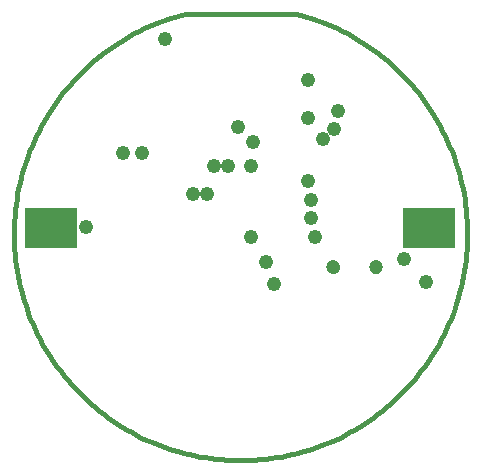
<source format=gbs>
G75*
%MOIN*%
%OFA0B0*%
%FSLAX25Y25*%
%IPPOS*%
%LPD*%
%AMOC8*
5,1,8,0,0,1.08239X$1,22.5*
%
%ADD10C,0.01600*%
%ADD11R,0.17800X0.13600*%
%ADD12C,0.00000*%
%ADD13C,0.04737*%
%ADD14C,0.04800*%
D10*
X0069963Y0151406D02*
X0068175Y0150939D01*
X0066400Y0150428D01*
X0064637Y0149874D01*
X0062888Y0149277D01*
X0061154Y0148637D01*
X0059437Y0147956D01*
X0057736Y0147232D01*
X0056054Y0146467D01*
X0054391Y0145661D01*
X0052749Y0144815D01*
X0051127Y0143928D01*
X0049528Y0143003D01*
X0047952Y0142038D01*
X0046400Y0141036D01*
X0044872Y0139995D01*
X0043371Y0138918D01*
X0041897Y0137804D01*
X0040450Y0136655D01*
X0039032Y0135470D01*
X0037643Y0134251D01*
X0036284Y0132999D01*
X0034956Y0131713D01*
X0033661Y0130396D01*
X0032397Y0129047D01*
X0031168Y0127668D01*
X0029972Y0126259D01*
X0028811Y0124821D01*
X0027686Y0123356D01*
X0026596Y0121863D01*
X0025544Y0120344D01*
X0024529Y0118800D01*
X0023552Y0117231D01*
X0022614Y0115639D01*
X0021715Y0114025D01*
X0020856Y0112389D01*
X0020037Y0110732D01*
X0019258Y0109056D01*
X0018521Y0107362D01*
X0017826Y0105650D01*
X0017173Y0103921D01*
X0016562Y0102177D01*
X0015994Y0100419D01*
X0015469Y0098647D01*
X0014988Y0096863D01*
X0014550Y0095068D01*
X0014157Y0093262D01*
X0013808Y0091447D01*
X0013503Y0089625D01*
X0013243Y0087795D01*
X0013027Y0085960D01*
X0012857Y0084120D01*
X0012732Y0082276D01*
X0012652Y0080430D01*
X0012617Y0078583D01*
X0012627Y0076735D01*
X0012682Y0074888D01*
X0012783Y0073043D01*
X0012928Y0071201D01*
X0013119Y0069363D01*
X0013355Y0067530D01*
X0013635Y0065703D01*
X0013960Y0063884D01*
X0014329Y0062074D01*
X0014742Y0060272D01*
X0015200Y0058482D01*
X0015701Y0056703D01*
X0016245Y0054938D01*
X0016833Y0053185D01*
X0017463Y0051448D01*
X0018135Y0049727D01*
X0018849Y0048023D01*
X0019605Y0046336D01*
X0020401Y0044669D01*
X0021239Y0043022D01*
X0022116Y0041395D01*
X0023033Y0039791D01*
X0023988Y0038210D01*
X0024983Y0036652D01*
X0026015Y0035119D01*
X0027084Y0033612D01*
X0028189Y0032131D01*
X0029331Y0030678D01*
X0030508Y0029253D01*
X0031719Y0027858D01*
X0032964Y0026492D01*
X0034242Y0025157D01*
X0035552Y0023854D01*
X0036894Y0022584D01*
X0038266Y0021346D01*
X0039668Y0020143D01*
X0041100Y0018974D01*
X0042559Y0017841D01*
X0044046Y0016743D01*
X0045559Y0015682D01*
X0047097Y0014659D01*
X0048661Y0013673D01*
X0050247Y0012726D01*
X0051857Y0011818D01*
X0053488Y0010950D01*
X0055140Y0010122D01*
X0056812Y0009335D01*
X0058502Y0008588D01*
X0060210Y0007883D01*
X0061935Y0007221D01*
X0063676Y0006600D01*
X0065431Y0006022D01*
X0067200Y0005488D01*
X0068981Y0004997D01*
X0070774Y0004549D01*
X0072577Y0004146D01*
X0074390Y0003787D01*
X0076211Y0003472D01*
X0078039Y0003202D01*
X0079873Y0002976D01*
X0081712Y0002796D01*
X0083555Y0002660D01*
X0085401Y0002570D01*
X0087248Y0002525D01*
X0089096Y0002525D01*
X0090943Y0002570D01*
X0092789Y0002660D01*
X0094632Y0002796D01*
X0096471Y0002976D01*
X0098305Y0003202D01*
X0100133Y0003472D01*
X0101954Y0003787D01*
X0103767Y0004146D01*
X0105570Y0004549D01*
X0107363Y0004997D01*
X0109144Y0005488D01*
X0110913Y0006022D01*
X0112668Y0006600D01*
X0114409Y0007221D01*
X0116134Y0007883D01*
X0117842Y0008588D01*
X0119532Y0009335D01*
X0121204Y0010122D01*
X0122856Y0010950D01*
X0124487Y0011818D01*
X0126097Y0012726D01*
X0127683Y0013673D01*
X0129247Y0014659D01*
X0130785Y0015682D01*
X0132298Y0016743D01*
X0133785Y0017841D01*
X0135244Y0018974D01*
X0136676Y0020143D01*
X0138078Y0021346D01*
X0139450Y0022584D01*
X0140792Y0023854D01*
X0142102Y0025157D01*
X0143380Y0026492D01*
X0144625Y0027858D01*
X0145836Y0029253D01*
X0147013Y0030678D01*
X0148155Y0032131D01*
X0149260Y0033612D01*
X0150329Y0035119D01*
X0151361Y0036652D01*
X0152356Y0038210D01*
X0153311Y0039791D01*
X0154228Y0041395D01*
X0155105Y0043022D01*
X0155943Y0044669D01*
X0156739Y0046336D01*
X0157495Y0048023D01*
X0158209Y0049727D01*
X0158881Y0051448D01*
X0159511Y0053185D01*
X0160099Y0054938D01*
X0160643Y0056703D01*
X0161144Y0058482D01*
X0161602Y0060272D01*
X0162015Y0062074D01*
X0162384Y0063884D01*
X0162709Y0065703D01*
X0162989Y0067530D01*
X0163225Y0069363D01*
X0163416Y0071201D01*
X0163561Y0073043D01*
X0163662Y0074888D01*
X0163717Y0076735D01*
X0163727Y0078583D01*
X0163692Y0080430D01*
X0163612Y0082276D01*
X0163487Y0084120D01*
X0163317Y0085960D01*
X0163101Y0087795D01*
X0162841Y0089625D01*
X0162536Y0091447D01*
X0162187Y0093262D01*
X0161794Y0095068D01*
X0161356Y0096863D01*
X0160875Y0098647D01*
X0160350Y0100419D01*
X0159782Y0102177D01*
X0159171Y0103921D01*
X0158518Y0105650D01*
X0157823Y0107362D01*
X0157086Y0109056D01*
X0156307Y0110732D01*
X0155488Y0112389D01*
X0154629Y0114025D01*
X0153730Y0115639D01*
X0152792Y0117231D01*
X0151815Y0118800D01*
X0150800Y0120344D01*
X0149748Y0121863D01*
X0148658Y0123356D01*
X0147533Y0124821D01*
X0146372Y0126259D01*
X0145176Y0127668D01*
X0143947Y0129047D01*
X0142683Y0130396D01*
X0141388Y0131713D01*
X0140060Y0132999D01*
X0138701Y0134251D01*
X0137312Y0135470D01*
X0135894Y0136655D01*
X0134447Y0137804D01*
X0132973Y0138918D01*
X0131472Y0139995D01*
X0129944Y0141036D01*
X0128392Y0142038D01*
X0126816Y0143003D01*
X0125217Y0143928D01*
X0123595Y0144815D01*
X0121953Y0145661D01*
X0120290Y0146467D01*
X0118608Y0147232D01*
X0116907Y0147956D01*
X0115190Y0148637D01*
X0113456Y0149277D01*
X0111707Y0149874D01*
X0109944Y0150428D01*
X0108169Y0150939D01*
X0106381Y0151406D01*
X0069963Y0151406D01*
D11*
X0025081Y0079831D03*
X0151066Y0079831D03*
D12*
X0131223Y0066918D02*
X0131225Y0067006D01*
X0131231Y0067094D01*
X0131241Y0067182D01*
X0131255Y0067270D01*
X0131272Y0067356D01*
X0131294Y0067442D01*
X0131319Y0067526D01*
X0131349Y0067610D01*
X0131381Y0067692D01*
X0131418Y0067772D01*
X0131458Y0067851D01*
X0131502Y0067928D01*
X0131549Y0068003D01*
X0131599Y0068075D01*
X0131653Y0068146D01*
X0131709Y0068213D01*
X0131769Y0068279D01*
X0131831Y0068341D01*
X0131897Y0068401D01*
X0131964Y0068457D01*
X0132035Y0068511D01*
X0132107Y0068561D01*
X0132182Y0068608D01*
X0132259Y0068652D01*
X0132338Y0068692D01*
X0132418Y0068729D01*
X0132500Y0068761D01*
X0132584Y0068791D01*
X0132668Y0068816D01*
X0132754Y0068838D01*
X0132840Y0068855D01*
X0132928Y0068869D01*
X0133016Y0068879D01*
X0133104Y0068885D01*
X0133192Y0068887D01*
X0133280Y0068885D01*
X0133368Y0068879D01*
X0133456Y0068869D01*
X0133544Y0068855D01*
X0133630Y0068838D01*
X0133716Y0068816D01*
X0133800Y0068791D01*
X0133884Y0068761D01*
X0133966Y0068729D01*
X0134046Y0068692D01*
X0134125Y0068652D01*
X0134202Y0068608D01*
X0134277Y0068561D01*
X0134349Y0068511D01*
X0134420Y0068457D01*
X0134487Y0068401D01*
X0134553Y0068341D01*
X0134615Y0068279D01*
X0134675Y0068213D01*
X0134731Y0068146D01*
X0134785Y0068075D01*
X0134835Y0068003D01*
X0134882Y0067928D01*
X0134926Y0067851D01*
X0134966Y0067772D01*
X0135003Y0067692D01*
X0135035Y0067610D01*
X0135065Y0067526D01*
X0135090Y0067442D01*
X0135112Y0067356D01*
X0135129Y0067270D01*
X0135143Y0067182D01*
X0135153Y0067094D01*
X0135159Y0067006D01*
X0135161Y0066918D01*
X0135159Y0066830D01*
X0135153Y0066742D01*
X0135143Y0066654D01*
X0135129Y0066566D01*
X0135112Y0066480D01*
X0135090Y0066394D01*
X0135065Y0066310D01*
X0135035Y0066226D01*
X0135003Y0066144D01*
X0134966Y0066064D01*
X0134926Y0065985D01*
X0134882Y0065908D01*
X0134835Y0065833D01*
X0134785Y0065761D01*
X0134731Y0065690D01*
X0134675Y0065623D01*
X0134615Y0065557D01*
X0134553Y0065495D01*
X0134487Y0065435D01*
X0134420Y0065379D01*
X0134349Y0065325D01*
X0134277Y0065275D01*
X0134202Y0065228D01*
X0134125Y0065184D01*
X0134046Y0065144D01*
X0133966Y0065107D01*
X0133884Y0065075D01*
X0133800Y0065045D01*
X0133716Y0065020D01*
X0133630Y0064998D01*
X0133544Y0064981D01*
X0133456Y0064967D01*
X0133368Y0064957D01*
X0133280Y0064951D01*
X0133192Y0064949D01*
X0133104Y0064951D01*
X0133016Y0064957D01*
X0132928Y0064967D01*
X0132840Y0064981D01*
X0132754Y0064998D01*
X0132668Y0065020D01*
X0132584Y0065045D01*
X0132500Y0065075D01*
X0132418Y0065107D01*
X0132338Y0065144D01*
X0132259Y0065184D01*
X0132182Y0065228D01*
X0132107Y0065275D01*
X0132035Y0065325D01*
X0131964Y0065379D01*
X0131897Y0065435D01*
X0131831Y0065495D01*
X0131769Y0065557D01*
X0131709Y0065623D01*
X0131653Y0065690D01*
X0131599Y0065761D01*
X0131549Y0065833D01*
X0131502Y0065908D01*
X0131458Y0065985D01*
X0131418Y0066064D01*
X0131381Y0066144D01*
X0131349Y0066226D01*
X0131319Y0066310D01*
X0131294Y0066394D01*
X0131272Y0066480D01*
X0131255Y0066566D01*
X0131241Y0066654D01*
X0131231Y0066742D01*
X0131225Y0066830D01*
X0131223Y0066918D01*
X0117049Y0066918D02*
X0117051Y0067006D01*
X0117057Y0067094D01*
X0117067Y0067182D01*
X0117081Y0067270D01*
X0117098Y0067356D01*
X0117120Y0067442D01*
X0117145Y0067526D01*
X0117175Y0067610D01*
X0117207Y0067692D01*
X0117244Y0067772D01*
X0117284Y0067851D01*
X0117328Y0067928D01*
X0117375Y0068003D01*
X0117425Y0068075D01*
X0117479Y0068146D01*
X0117535Y0068213D01*
X0117595Y0068279D01*
X0117657Y0068341D01*
X0117723Y0068401D01*
X0117790Y0068457D01*
X0117861Y0068511D01*
X0117933Y0068561D01*
X0118008Y0068608D01*
X0118085Y0068652D01*
X0118164Y0068692D01*
X0118244Y0068729D01*
X0118326Y0068761D01*
X0118410Y0068791D01*
X0118494Y0068816D01*
X0118580Y0068838D01*
X0118666Y0068855D01*
X0118754Y0068869D01*
X0118842Y0068879D01*
X0118930Y0068885D01*
X0119018Y0068887D01*
X0119106Y0068885D01*
X0119194Y0068879D01*
X0119282Y0068869D01*
X0119370Y0068855D01*
X0119456Y0068838D01*
X0119542Y0068816D01*
X0119626Y0068791D01*
X0119710Y0068761D01*
X0119792Y0068729D01*
X0119872Y0068692D01*
X0119951Y0068652D01*
X0120028Y0068608D01*
X0120103Y0068561D01*
X0120175Y0068511D01*
X0120246Y0068457D01*
X0120313Y0068401D01*
X0120379Y0068341D01*
X0120441Y0068279D01*
X0120501Y0068213D01*
X0120557Y0068146D01*
X0120611Y0068075D01*
X0120661Y0068003D01*
X0120708Y0067928D01*
X0120752Y0067851D01*
X0120792Y0067772D01*
X0120829Y0067692D01*
X0120861Y0067610D01*
X0120891Y0067526D01*
X0120916Y0067442D01*
X0120938Y0067356D01*
X0120955Y0067270D01*
X0120969Y0067182D01*
X0120979Y0067094D01*
X0120985Y0067006D01*
X0120987Y0066918D01*
X0120985Y0066830D01*
X0120979Y0066742D01*
X0120969Y0066654D01*
X0120955Y0066566D01*
X0120938Y0066480D01*
X0120916Y0066394D01*
X0120891Y0066310D01*
X0120861Y0066226D01*
X0120829Y0066144D01*
X0120792Y0066064D01*
X0120752Y0065985D01*
X0120708Y0065908D01*
X0120661Y0065833D01*
X0120611Y0065761D01*
X0120557Y0065690D01*
X0120501Y0065623D01*
X0120441Y0065557D01*
X0120379Y0065495D01*
X0120313Y0065435D01*
X0120246Y0065379D01*
X0120175Y0065325D01*
X0120103Y0065275D01*
X0120028Y0065228D01*
X0119951Y0065184D01*
X0119872Y0065144D01*
X0119792Y0065107D01*
X0119710Y0065075D01*
X0119626Y0065045D01*
X0119542Y0065020D01*
X0119456Y0064998D01*
X0119370Y0064981D01*
X0119282Y0064967D01*
X0119194Y0064957D01*
X0119106Y0064951D01*
X0119018Y0064949D01*
X0118930Y0064951D01*
X0118842Y0064957D01*
X0118754Y0064967D01*
X0118666Y0064981D01*
X0118580Y0064998D01*
X0118494Y0065020D01*
X0118410Y0065045D01*
X0118326Y0065075D01*
X0118244Y0065107D01*
X0118164Y0065144D01*
X0118085Y0065184D01*
X0118008Y0065228D01*
X0117933Y0065275D01*
X0117861Y0065325D01*
X0117790Y0065379D01*
X0117723Y0065435D01*
X0117657Y0065495D01*
X0117595Y0065557D01*
X0117535Y0065623D01*
X0117479Y0065690D01*
X0117425Y0065761D01*
X0117375Y0065833D01*
X0117328Y0065908D01*
X0117284Y0065985D01*
X0117244Y0066064D01*
X0117207Y0066144D01*
X0117175Y0066226D01*
X0117145Y0066310D01*
X0117120Y0066394D01*
X0117098Y0066480D01*
X0117081Y0066566D01*
X0117067Y0066654D01*
X0117057Y0066742D01*
X0117051Y0066830D01*
X0117049Y0066918D01*
D13*
X0119018Y0066918D03*
X0133192Y0066918D03*
D14*
X0142798Y0069517D03*
X0149885Y0062036D03*
X0112877Y0076997D03*
X0111696Y0083296D03*
X0111696Y0089202D03*
X0110514Y0095501D03*
X0115633Y0109674D03*
X0119176Y0112824D03*
X0120751Y0119123D03*
X0110514Y0116761D03*
X0110514Y0129359D03*
X0092404Y0108493D03*
X0087286Y0113611D03*
X0084136Y0100619D03*
X0079412Y0100619D03*
X0077050Y0091170D03*
X0072325Y0091170D03*
X0055396Y0104950D03*
X0049097Y0104950D03*
X0036499Y0080146D03*
X0091617Y0076997D03*
X0096735Y0068729D03*
X0099491Y0061249D03*
X0091617Y0100619D03*
X0062877Y0142942D03*
M02*

</source>
